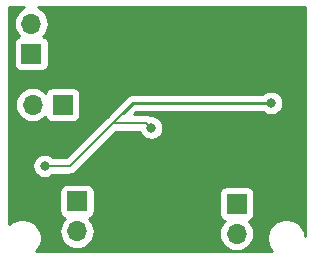
<source format=gbr>
G04 #@! TF.GenerationSoftware,KiCad,Pcbnew,(5.1.4-0-10_14)*
G04 #@! TF.CreationDate,2019-10-07T20:38:55-07:00*
G04 #@! TF.ProjectId,SoftButtonBoardMux555,536f6674-4275-4747-946f-6e426f617264,rev?*
G04 #@! TF.SameCoordinates,Original*
G04 #@! TF.FileFunction,Copper,L2,Bot*
G04 #@! TF.FilePolarity,Positive*
%FSLAX46Y46*%
G04 Gerber Fmt 4.6, Leading zero omitted, Abs format (unit mm)*
G04 Created by KiCad (PCBNEW (5.1.4-0-10_14)) date 2019-10-07 20:38:55*
%MOMM*%
%LPD*%
G04 APERTURE LIST*
%ADD10O,1.700000X1.700000*%
%ADD11R,1.700000X1.700000*%
%ADD12C,0.800000*%
%ADD13C,0.203200*%
%ADD14C,0.250000*%
%ADD15C,0.254000*%
G04 APERTURE END LIST*
D10*
X97663000Y-63627000D03*
D11*
X97663000Y-61087000D03*
D10*
X84137500Y-63436500D03*
D11*
X84137500Y-60896500D03*
D10*
X80264000Y-45847000D03*
D11*
X80264000Y-48387000D03*
D10*
X80391000Y-52705000D03*
D11*
X82931000Y-52705000D03*
D12*
X79476600Y-55473600D03*
X96316800Y-45851753D03*
X102108000Y-52578000D03*
X92110600Y-45405000D03*
X86664800Y-52374800D03*
X90106500Y-61722000D03*
X94742000Y-61595000D03*
X81407000Y-57886600D03*
X100584000Y-52565300D03*
X90424000Y-54660800D03*
D13*
X81407000Y-57886600D02*
X83527900Y-57886600D01*
X88030050Y-53384450D02*
X88201500Y-53213000D01*
X87757000Y-53657500D02*
X88030050Y-53384450D01*
X87153801Y-54260801D02*
X87153750Y-54260750D01*
X90024001Y-54260801D02*
X87153801Y-54260801D01*
X90424000Y-54660800D02*
X90024001Y-54260801D01*
X87153750Y-54260750D02*
X88201500Y-53213000D01*
X83527900Y-57886600D02*
X87153750Y-54260750D01*
D14*
X88849200Y-52565300D02*
X88030050Y-53384450D01*
X100584000Y-52565300D02*
X88849200Y-52565300D01*
D15*
G36*
X79434986Y-44606294D02*
G01*
X79208866Y-44791866D01*
X79023294Y-45017986D01*
X78885401Y-45275966D01*
X78800487Y-45555889D01*
X78771815Y-45847000D01*
X78800487Y-46138111D01*
X78885401Y-46418034D01*
X79023294Y-46676014D01*
X79208866Y-46902134D01*
X79238687Y-46926607D01*
X79169820Y-46947498D01*
X79059506Y-47006463D01*
X78962815Y-47085815D01*
X78883463Y-47182506D01*
X78824498Y-47292820D01*
X78788188Y-47412518D01*
X78775928Y-47537000D01*
X78775928Y-49237000D01*
X78788188Y-49361482D01*
X78824498Y-49481180D01*
X78883463Y-49591494D01*
X78962815Y-49688185D01*
X79059506Y-49767537D01*
X79169820Y-49826502D01*
X79289518Y-49862812D01*
X79414000Y-49875072D01*
X81114000Y-49875072D01*
X81238482Y-49862812D01*
X81358180Y-49826502D01*
X81468494Y-49767537D01*
X81565185Y-49688185D01*
X81644537Y-49591494D01*
X81703502Y-49481180D01*
X81739812Y-49361482D01*
X81752072Y-49237000D01*
X81752072Y-47537000D01*
X81739812Y-47412518D01*
X81703502Y-47292820D01*
X81644537Y-47182506D01*
X81565185Y-47085815D01*
X81468494Y-47006463D01*
X81358180Y-46947498D01*
X81289313Y-46926607D01*
X81319134Y-46902134D01*
X81504706Y-46676014D01*
X81642599Y-46418034D01*
X81727513Y-46138111D01*
X81756185Y-45847000D01*
X81727513Y-45555889D01*
X81642599Y-45275966D01*
X81504706Y-45017986D01*
X81319134Y-44791866D01*
X81093014Y-44606294D01*
X80847380Y-44475000D01*
X103480000Y-44475000D01*
X103480001Y-63801725D01*
X103426168Y-63531088D01*
X103302918Y-63233537D01*
X103123987Y-62965748D01*
X102896252Y-62738013D01*
X102628463Y-62559082D01*
X102330912Y-62435832D01*
X102015033Y-62373000D01*
X101692967Y-62373000D01*
X101377088Y-62435832D01*
X101079537Y-62559082D01*
X100811748Y-62738013D01*
X100584013Y-62965748D01*
X100405082Y-63233537D01*
X100281832Y-63531088D01*
X100219000Y-63846967D01*
X100219000Y-64169033D01*
X100281832Y-64484912D01*
X100405082Y-64782463D01*
X100584013Y-65050252D01*
X100659761Y-65126000D01*
X80696239Y-65126000D01*
X80771987Y-65050252D01*
X80950918Y-64782463D01*
X81074168Y-64484912D01*
X81137000Y-64169033D01*
X81137000Y-63846967D01*
X81074168Y-63531088D01*
X81034989Y-63436500D01*
X82645315Y-63436500D01*
X82673987Y-63727611D01*
X82758901Y-64007534D01*
X82896794Y-64265514D01*
X83082366Y-64491634D01*
X83308486Y-64677206D01*
X83566466Y-64815099D01*
X83846389Y-64900013D01*
X84064550Y-64921500D01*
X84210450Y-64921500D01*
X84428611Y-64900013D01*
X84708534Y-64815099D01*
X84966514Y-64677206D01*
X85192634Y-64491634D01*
X85378206Y-64265514D01*
X85516099Y-64007534D01*
X85601013Y-63727611D01*
X85610922Y-63627000D01*
X96170815Y-63627000D01*
X96199487Y-63918111D01*
X96284401Y-64198034D01*
X96422294Y-64456014D01*
X96607866Y-64682134D01*
X96833986Y-64867706D01*
X97091966Y-65005599D01*
X97371889Y-65090513D01*
X97590050Y-65112000D01*
X97735950Y-65112000D01*
X97954111Y-65090513D01*
X98234034Y-65005599D01*
X98492014Y-64867706D01*
X98718134Y-64682134D01*
X98903706Y-64456014D01*
X99041599Y-64198034D01*
X99126513Y-63918111D01*
X99155185Y-63627000D01*
X99126513Y-63335889D01*
X99041599Y-63055966D01*
X98903706Y-62797986D01*
X98718134Y-62571866D01*
X98688313Y-62547393D01*
X98757180Y-62526502D01*
X98867494Y-62467537D01*
X98964185Y-62388185D01*
X99043537Y-62291494D01*
X99102502Y-62181180D01*
X99138812Y-62061482D01*
X99151072Y-61937000D01*
X99151072Y-60237000D01*
X99138812Y-60112518D01*
X99102502Y-59992820D01*
X99043537Y-59882506D01*
X98964185Y-59785815D01*
X98867494Y-59706463D01*
X98757180Y-59647498D01*
X98637482Y-59611188D01*
X98513000Y-59598928D01*
X96813000Y-59598928D01*
X96688518Y-59611188D01*
X96568820Y-59647498D01*
X96458506Y-59706463D01*
X96361815Y-59785815D01*
X96282463Y-59882506D01*
X96223498Y-59992820D01*
X96187188Y-60112518D01*
X96174928Y-60237000D01*
X96174928Y-61937000D01*
X96187188Y-62061482D01*
X96223498Y-62181180D01*
X96282463Y-62291494D01*
X96361815Y-62388185D01*
X96458506Y-62467537D01*
X96568820Y-62526502D01*
X96637687Y-62547393D01*
X96607866Y-62571866D01*
X96422294Y-62797986D01*
X96284401Y-63055966D01*
X96199487Y-63335889D01*
X96170815Y-63627000D01*
X85610922Y-63627000D01*
X85629685Y-63436500D01*
X85601013Y-63145389D01*
X85516099Y-62865466D01*
X85378206Y-62607486D01*
X85192634Y-62381366D01*
X85162813Y-62356893D01*
X85231680Y-62336002D01*
X85341994Y-62277037D01*
X85438685Y-62197685D01*
X85518037Y-62100994D01*
X85577002Y-61990680D01*
X85613312Y-61870982D01*
X85625572Y-61746500D01*
X85625572Y-60046500D01*
X85613312Y-59922018D01*
X85577002Y-59802320D01*
X85518037Y-59692006D01*
X85438685Y-59595315D01*
X85341994Y-59515963D01*
X85231680Y-59456998D01*
X85111982Y-59420688D01*
X84987500Y-59408428D01*
X83287500Y-59408428D01*
X83163018Y-59420688D01*
X83043320Y-59456998D01*
X82933006Y-59515963D01*
X82836315Y-59595315D01*
X82756963Y-59692006D01*
X82697998Y-59802320D01*
X82661688Y-59922018D01*
X82649428Y-60046500D01*
X82649428Y-61746500D01*
X82661688Y-61870982D01*
X82697998Y-61990680D01*
X82756963Y-62100994D01*
X82836315Y-62197685D01*
X82933006Y-62277037D01*
X83043320Y-62336002D01*
X83112187Y-62356893D01*
X83082366Y-62381366D01*
X82896794Y-62607486D01*
X82758901Y-62865466D01*
X82673987Y-63145389D01*
X82645315Y-63436500D01*
X81034989Y-63436500D01*
X80950918Y-63233537D01*
X80771987Y-62965748D01*
X80544252Y-62738013D01*
X80276463Y-62559082D01*
X79978912Y-62435832D01*
X79663033Y-62373000D01*
X79340967Y-62373000D01*
X79025088Y-62435832D01*
X78727537Y-62559082D01*
X78459748Y-62738013D01*
X78384000Y-62813761D01*
X78384000Y-57784661D01*
X80372000Y-57784661D01*
X80372000Y-57988539D01*
X80411774Y-58188498D01*
X80489795Y-58376856D01*
X80603063Y-58546374D01*
X80747226Y-58690537D01*
X80916744Y-58803805D01*
X81105102Y-58881826D01*
X81305061Y-58921600D01*
X81508939Y-58921600D01*
X81708898Y-58881826D01*
X81897256Y-58803805D01*
X82066774Y-58690537D01*
X82134111Y-58623200D01*
X83491717Y-58623200D01*
X83527900Y-58626764D01*
X83564083Y-58623200D01*
X83564086Y-58623200D01*
X83672299Y-58612542D01*
X83811149Y-58570422D01*
X83939113Y-58502024D01*
X84051275Y-58409975D01*
X84074346Y-58381863D01*
X87458809Y-54997401D01*
X89443149Y-54997401D01*
X89506795Y-55151056D01*
X89620063Y-55320574D01*
X89764226Y-55464737D01*
X89933744Y-55578005D01*
X90122102Y-55656026D01*
X90322061Y-55695800D01*
X90525939Y-55695800D01*
X90725898Y-55656026D01*
X90914256Y-55578005D01*
X91083774Y-55464737D01*
X91227937Y-55320574D01*
X91341205Y-55151056D01*
X91419226Y-54962698D01*
X91459000Y-54762739D01*
X91459000Y-54558861D01*
X91419226Y-54358902D01*
X91341205Y-54170544D01*
X91227937Y-54001026D01*
X91083774Y-53856863D01*
X90914256Y-53743595D01*
X90725898Y-53665574D01*
X90525939Y-53625800D01*
X90398588Y-53625800D01*
X90307250Y-53576979D01*
X90168400Y-53534859D01*
X90060187Y-53524201D01*
X90060184Y-53524201D01*
X90024001Y-53520637D01*
X89987818Y-53524201D01*
X88965100Y-53524201D01*
X89164002Y-53325300D01*
X99880289Y-53325300D01*
X99924226Y-53369237D01*
X100093744Y-53482505D01*
X100282102Y-53560526D01*
X100482061Y-53600300D01*
X100685939Y-53600300D01*
X100885898Y-53560526D01*
X101074256Y-53482505D01*
X101243774Y-53369237D01*
X101387937Y-53225074D01*
X101501205Y-53055556D01*
X101579226Y-52867198D01*
X101619000Y-52667239D01*
X101619000Y-52463361D01*
X101579226Y-52263402D01*
X101501205Y-52075044D01*
X101387937Y-51905526D01*
X101243774Y-51761363D01*
X101074256Y-51648095D01*
X100885898Y-51570074D01*
X100685939Y-51530300D01*
X100482061Y-51530300D01*
X100282102Y-51570074D01*
X100093744Y-51648095D01*
X99924226Y-51761363D01*
X99880289Y-51805300D01*
X88886522Y-51805300D01*
X88849199Y-51801624D01*
X88811876Y-51805300D01*
X88811867Y-51805300D01*
X88700214Y-51816297D01*
X88572625Y-51855000D01*
X88556953Y-51859754D01*
X88424923Y-51930326D01*
X88341283Y-51998968D01*
X88309199Y-52025299D01*
X88285401Y-52054298D01*
X87466251Y-52873448D01*
X87395076Y-52960174D01*
X87374935Y-52997856D01*
X86658487Y-53714304D01*
X86658482Y-53714308D01*
X86658472Y-53714318D01*
X86630376Y-53737376D01*
X86607318Y-53765472D01*
X83222791Y-57150000D01*
X82134111Y-57150000D01*
X82066774Y-57082663D01*
X81897256Y-56969395D01*
X81708898Y-56891374D01*
X81508939Y-56851600D01*
X81305061Y-56851600D01*
X81105102Y-56891374D01*
X80916744Y-56969395D01*
X80747226Y-57082663D01*
X80603063Y-57226826D01*
X80489795Y-57396344D01*
X80411774Y-57584702D01*
X80372000Y-57784661D01*
X78384000Y-57784661D01*
X78384000Y-52705000D01*
X78898815Y-52705000D01*
X78927487Y-52996111D01*
X79012401Y-53276034D01*
X79150294Y-53534014D01*
X79335866Y-53760134D01*
X79561986Y-53945706D01*
X79819966Y-54083599D01*
X80099889Y-54168513D01*
X80318050Y-54190000D01*
X80463950Y-54190000D01*
X80682111Y-54168513D01*
X80962034Y-54083599D01*
X81220014Y-53945706D01*
X81446134Y-53760134D01*
X81470607Y-53730313D01*
X81491498Y-53799180D01*
X81550463Y-53909494D01*
X81629815Y-54006185D01*
X81726506Y-54085537D01*
X81836820Y-54144502D01*
X81956518Y-54180812D01*
X82081000Y-54193072D01*
X83781000Y-54193072D01*
X83905482Y-54180812D01*
X84025180Y-54144502D01*
X84135494Y-54085537D01*
X84232185Y-54006185D01*
X84311537Y-53909494D01*
X84370502Y-53799180D01*
X84406812Y-53679482D01*
X84419072Y-53555000D01*
X84419072Y-51855000D01*
X84406812Y-51730518D01*
X84370502Y-51610820D01*
X84311537Y-51500506D01*
X84232185Y-51403815D01*
X84135494Y-51324463D01*
X84025180Y-51265498D01*
X83905482Y-51229188D01*
X83781000Y-51216928D01*
X82081000Y-51216928D01*
X81956518Y-51229188D01*
X81836820Y-51265498D01*
X81726506Y-51324463D01*
X81629815Y-51403815D01*
X81550463Y-51500506D01*
X81491498Y-51610820D01*
X81470607Y-51679687D01*
X81446134Y-51649866D01*
X81220014Y-51464294D01*
X80962034Y-51326401D01*
X80682111Y-51241487D01*
X80463950Y-51220000D01*
X80318050Y-51220000D01*
X80099889Y-51241487D01*
X79819966Y-51326401D01*
X79561986Y-51464294D01*
X79335866Y-51649866D01*
X79150294Y-51875986D01*
X79012401Y-52133966D01*
X78927487Y-52413889D01*
X78898815Y-52705000D01*
X78384000Y-52705000D01*
X78384000Y-44475000D01*
X79680620Y-44475000D01*
X79434986Y-44606294D01*
X79434986Y-44606294D01*
G37*
X79434986Y-44606294D02*
X79208866Y-44791866D01*
X79023294Y-45017986D01*
X78885401Y-45275966D01*
X78800487Y-45555889D01*
X78771815Y-45847000D01*
X78800487Y-46138111D01*
X78885401Y-46418034D01*
X79023294Y-46676014D01*
X79208866Y-46902134D01*
X79238687Y-46926607D01*
X79169820Y-46947498D01*
X79059506Y-47006463D01*
X78962815Y-47085815D01*
X78883463Y-47182506D01*
X78824498Y-47292820D01*
X78788188Y-47412518D01*
X78775928Y-47537000D01*
X78775928Y-49237000D01*
X78788188Y-49361482D01*
X78824498Y-49481180D01*
X78883463Y-49591494D01*
X78962815Y-49688185D01*
X79059506Y-49767537D01*
X79169820Y-49826502D01*
X79289518Y-49862812D01*
X79414000Y-49875072D01*
X81114000Y-49875072D01*
X81238482Y-49862812D01*
X81358180Y-49826502D01*
X81468494Y-49767537D01*
X81565185Y-49688185D01*
X81644537Y-49591494D01*
X81703502Y-49481180D01*
X81739812Y-49361482D01*
X81752072Y-49237000D01*
X81752072Y-47537000D01*
X81739812Y-47412518D01*
X81703502Y-47292820D01*
X81644537Y-47182506D01*
X81565185Y-47085815D01*
X81468494Y-47006463D01*
X81358180Y-46947498D01*
X81289313Y-46926607D01*
X81319134Y-46902134D01*
X81504706Y-46676014D01*
X81642599Y-46418034D01*
X81727513Y-46138111D01*
X81756185Y-45847000D01*
X81727513Y-45555889D01*
X81642599Y-45275966D01*
X81504706Y-45017986D01*
X81319134Y-44791866D01*
X81093014Y-44606294D01*
X80847380Y-44475000D01*
X103480000Y-44475000D01*
X103480001Y-63801725D01*
X103426168Y-63531088D01*
X103302918Y-63233537D01*
X103123987Y-62965748D01*
X102896252Y-62738013D01*
X102628463Y-62559082D01*
X102330912Y-62435832D01*
X102015033Y-62373000D01*
X101692967Y-62373000D01*
X101377088Y-62435832D01*
X101079537Y-62559082D01*
X100811748Y-62738013D01*
X100584013Y-62965748D01*
X100405082Y-63233537D01*
X100281832Y-63531088D01*
X100219000Y-63846967D01*
X100219000Y-64169033D01*
X100281832Y-64484912D01*
X100405082Y-64782463D01*
X100584013Y-65050252D01*
X100659761Y-65126000D01*
X80696239Y-65126000D01*
X80771987Y-65050252D01*
X80950918Y-64782463D01*
X81074168Y-64484912D01*
X81137000Y-64169033D01*
X81137000Y-63846967D01*
X81074168Y-63531088D01*
X81034989Y-63436500D01*
X82645315Y-63436500D01*
X82673987Y-63727611D01*
X82758901Y-64007534D01*
X82896794Y-64265514D01*
X83082366Y-64491634D01*
X83308486Y-64677206D01*
X83566466Y-64815099D01*
X83846389Y-64900013D01*
X84064550Y-64921500D01*
X84210450Y-64921500D01*
X84428611Y-64900013D01*
X84708534Y-64815099D01*
X84966514Y-64677206D01*
X85192634Y-64491634D01*
X85378206Y-64265514D01*
X85516099Y-64007534D01*
X85601013Y-63727611D01*
X85610922Y-63627000D01*
X96170815Y-63627000D01*
X96199487Y-63918111D01*
X96284401Y-64198034D01*
X96422294Y-64456014D01*
X96607866Y-64682134D01*
X96833986Y-64867706D01*
X97091966Y-65005599D01*
X97371889Y-65090513D01*
X97590050Y-65112000D01*
X97735950Y-65112000D01*
X97954111Y-65090513D01*
X98234034Y-65005599D01*
X98492014Y-64867706D01*
X98718134Y-64682134D01*
X98903706Y-64456014D01*
X99041599Y-64198034D01*
X99126513Y-63918111D01*
X99155185Y-63627000D01*
X99126513Y-63335889D01*
X99041599Y-63055966D01*
X98903706Y-62797986D01*
X98718134Y-62571866D01*
X98688313Y-62547393D01*
X98757180Y-62526502D01*
X98867494Y-62467537D01*
X98964185Y-62388185D01*
X99043537Y-62291494D01*
X99102502Y-62181180D01*
X99138812Y-62061482D01*
X99151072Y-61937000D01*
X99151072Y-60237000D01*
X99138812Y-60112518D01*
X99102502Y-59992820D01*
X99043537Y-59882506D01*
X98964185Y-59785815D01*
X98867494Y-59706463D01*
X98757180Y-59647498D01*
X98637482Y-59611188D01*
X98513000Y-59598928D01*
X96813000Y-59598928D01*
X96688518Y-59611188D01*
X96568820Y-59647498D01*
X96458506Y-59706463D01*
X96361815Y-59785815D01*
X96282463Y-59882506D01*
X96223498Y-59992820D01*
X96187188Y-60112518D01*
X96174928Y-60237000D01*
X96174928Y-61937000D01*
X96187188Y-62061482D01*
X96223498Y-62181180D01*
X96282463Y-62291494D01*
X96361815Y-62388185D01*
X96458506Y-62467537D01*
X96568820Y-62526502D01*
X96637687Y-62547393D01*
X96607866Y-62571866D01*
X96422294Y-62797986D01*
X96284401Y-63055966D01*
X96199487Y-63335889D01*
X96170815Y-63627000D01*
X85610922Y-63627000D01*
X85629685Y-63436500D01*
X85601013Y-63145389D01*
X85516099Y-62865466D01*
X85378206Y-62607486D01*
X85192634Y-62381366D01*
X85162813Y-62356893D01*
X85231680Y-62336002D01*
X85341994Y-62277037D01*
X85438685Y-62197685D01*
X85518037Y-62100994D01*
X85577002Y-61990680D01*
X85613312Y-61870982D01*
X85625572Y-61746500D01*
X85625572Y-60046500D01*
X85613312Y-59922018D01*
X85577002Y-59802320D01*
X85518037Y-59692006D01*
X85438685Y-59595315D01*
X85341994Y-59515963D01*
X85231680Y-59456998D01*
X85111982Y-59420688D01*
X84987500Y-59408428D01*
X83287500Y-59408428D01*
X83163018Y-59420688D01*
X83043320Y-59456998D01*
X82933006Y-59515963D01*
X82836315Y-59595315D01*
X82756963Y-59692006D01*
X82697998Y-59802320D01*
X82661688Y-59922018D01*
X82649428Y-60046500D01*
X82649428Y-61746500D01*
X82661688Y-61870982D01*
X82697998Y-61990680D01*
X82756963Y-62100994D01*
X82836315Y-62197685D01*
X82933006Y-62277037D01*
X83043320Y-62336002D01*
X83112187Y-62356893D01*
X83082366Y-62381366D01*
X82896794Y-62607486D01*
X82758901Y-62865466D01*
X82673987Y-63145389D01*
X82645315Y-63436500D01*
X81034989Y-63436500D01*
X80950918Y-63233537D01*
X80771987Y-62965748D01*
X80544252Y-62738013D01*
X80276463Y-62559082D01*
X79978912Y-62435832D01*
X79663033Y-62373000D01*
X79340967Y-62373000D01*
X79025088Y-62435832D01*
X78727537Y-62559082D01*
X78459748Y-62738013D01*
X78384000Y-62813761D01*
X78384000Y-57784661D01*
X80372000Y-57784661D01*
X80372000Y-57988539D01*
X80411774Y-58188498D01*
X80489795Y-58376856D01*
X80603063Y-58546374D01*
X80747226Y-58690537D01*
X80916744Y-58803805D01*
X81105102Y-58881826D01*
X81305061Y-58921600D01*
X81508939Y-58921600D01*
X81708898Y-58881826D01*
X81897256Y-58803805D01*
X82066774Y-58690537D01*
X82134111Y-58623200D01*
X83491717Y-58623200D01*
X83527900Y-58626764D01*
X83564083Y-58623200D01*
X83564086Y-58623200D01*
X83672299Y-58612542D01*
X83811149Y-58570422D01*
X83939113Y-58502024D01*
X84051275Y-58409975D01*
X84074346Y-58381863D01*
X87458809Y-54997401D01*
X89443149Y-54997401D01*
X89506795Y-55151056D01*
X89620063Y-55320574D01*
X89764226Y-55464737D01*
X89933744Y-55578005D01*
X90122102Y-55656026D01*
X90322061Y-55695800D01*
X90525939Y-55695800D01*
X90725898Y-55656026D01*
X90914256Y-55578005D01*
X91083774Y-55464737D01*
X91227937Y-55320574D01*
X91341205Y-55151056D01*
X91419226Y-54962698D01*
X91459000Y-54762739D01*
X91459000Y-54558861D01*
X91419226Y-54358902D01*
X91341205Y-54170544D01*
X91227937Y-54001026D01*
X91083774Y-53856863D01*
X90914256Y-53743595D01*
X90725898Y-53665574D01*
X90525939Y-53625800D01*
X90398588Y-53625800D01*
X90307250Y-53576979D01*
X90168400Y-53534859D01*
X90060187Y-53524201D01*
X90060184Y-53524201D01*
X90024001Y-53520637D01*
X89987818Y-53524201D01*
X88965100Y-53524201D01*
X89164002Y-53325300D01*
X99880289Y-53325300D01*
X99924226Y-53369237D01*
X100093744Y-53482505D01*
X100282102Y-53560526D01*
X100482061Y-53600300D01*
X100685939Y-53600300D01*
X100885898Y-53560526D01*
X101074256Y-53482505D01*
X101243774Y-53369237D01*
X101387937Y-53225074D01*
X101501205Y-53055556D01*
X101579226Y-52867198D01*
X101619000Y-52667239D01*
X101619000Y-52463361D01*
X101579226Y-52263402D01*
X101501205Y-52075044D01*
X101387937Y-51905526D01*
X101243774Y-51761363D01*
X101074256Y-51648095D01*
X100885898Y-51570074D01*
X100685939Y-51530300D01*
X100482061Y-51530300D01*
X100282102Y-51570074D01*
X100093744Y-51648095D01*
X99924226Y-51761363D01*
X99880289Y-51805300D01*
X88886522Y-51805300D01*
X88849199Y-51801624D01*
X88811876Y-51805300D01*
X88811867Y-51805300D01*
X88700214Y-51816297D01*
X88572625Y-51855000D01*
X88556953Y-51859754D01*
X88424923Y-51930326D01*
X88341283Y-51998968D01*
X88309199Y-52025299D01*
X88285401Y-52054298D01*
X87466251Y-52873448D01*
X87395076Y-52960174D01*
X87374935Y-52997856D01*
X86658487Y-53714304D01*
X86658482Y-53714308D01*
X86658472Y-53714318D01*
X86630376Y-53737376D01*
X86607318Y-53765472D01*
X83222791Y-57150000D01*
X82134111Y-57150000D01*
X82066774Y-57082663D01*
X81897256Y-56969395D01*
X81708898Y-56891374D01*
X81508939Y-56851600D01*
X81305061Y-56851600D01*
X81105102Y-56891374D01*
X80916744Y-56969395D01*
X80747226Y-57082663D01*
X80603063Y-57226826D01*
X80489795Y-57396344D01*
X80411774Y-57584702D01*
X80372000Y-57784661D01*
X78384000Y-57784661D01*
X78384000Y-52705000D01*
X78898815Y-52705000D01*
X78927487Y-52996111D01*
X79012401Y-53276034D01*
X79150294Y-53534014D01*
X79335866Y-53760134D01*
X79561986Y-53945706D01*
X79819966Y-54083599D01*
X80099889Y-54168513D01*
X80318050Y-54190000D01*
X80463950Y-54190000D01*
X80682111Y-54168513D01*
X80962034Y-54083599D01*
X81220014Y-53945706D01*
X81446134Y-53760134D01*
X81470607Y-53730313D01*
X81491498Y-53799180D01*
X81550463Y-53909494D01*
X81629815Y-54006185D01*
X81726506Y-54085537D01*
X81836820Y-54144502D01*
X81956518Y-54180812D01*
X82081000Y-54193072D01*
X83781000Y-54193072D01*
X83905482Y-54180812D01*
X84025180Y-54144502D01*
X84135494Y-54085537D01*
X84232185Y-54006185D01*
X84311537Y-53909494D01*
X84370502Y-53799180D01*
X84406812Y-53679482D01*
X84419072Y-53555000D01*
X84419072Y-51855000D01*
X84406812Y-51730518D01*
X84370502Y-51610820D01*
X84311537Y-51500506D01*
X84232185Y-51403815D01*
X84135494Y-51324463D01*
X84025180Y-51265498D01*
X83905482Y-51229188D01*
X83781000Y-51216928D01*
X82081000Y-51216928D01*
X81956518Y-51229188D01*
X81836820Y-51265498D01*
X81726506Y-51324463D01*
X81629815Y-51403815D01*
X81550463Y-51500506D01*
X81491498Y-51610820D01*
X81470607Y-51679687D01*
X81446134Y-51649866D01*
X81220014Y-51464294D01*
X80962034Y-51326401D01*
X80682111Y-51241487D01*
X80463950Y-51220000D01*
X80318050Y-51220000D01*
X80099889Y-51241487D01*
X79819966Y-51326401D01*
X79561986Y-51464294D01*
X79335866Y-51649866D01*
X79150294Y-51875986D01*
X79012401Y-52133966D01*
X78927487Y-52413889D01*
X78898815Y-52705000D01*
X78384000Y-52705000D01*
X78384000Y-44475000D01*
X79680620Y-44475000D01*
X79434986Y-44606294D01*
M02*

</source>
